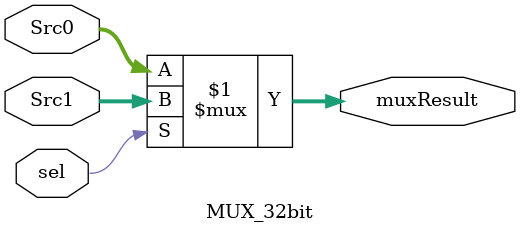
<source format=v>
module MUX_32bit (
    input [31:0] Src0,Src1,
    input sel,
    output [31:0] muxResult
);
    assign muxResult = sel?Src1:Src0;
endmodule

</source>
